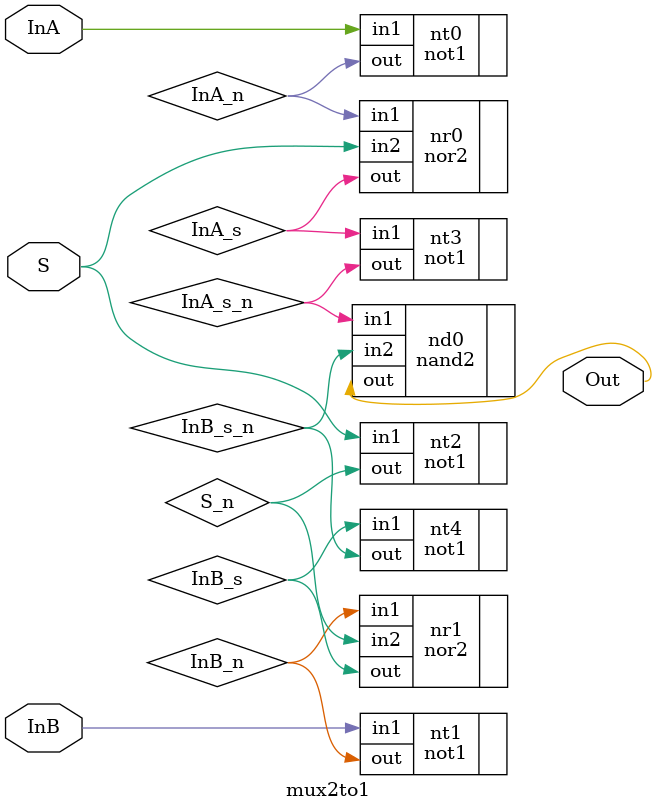
<source format=v>

module mux2to1(InA, InB, S, Out);
	input  InA;
	input  InB;
	input  S;
	output Out;
	
	wire InA_n,InB_n,S_n,InA_s,InB_s,InA_s_n, InB_s_n;
	
	not1 nt0(.in1(InA),   .out(InA_n));
	not1 nt1(.in1(InB),   .out(InB_n));	
	not1 nt2(.in1(S),     .out(S_n));
	not1 nt3(.in1(InA_s), .out(InA_s_n));
	not1 nt4(.in1(InB_s), .out(InB_s_n));
	
	nor2 nr0(.in1(InA_n), .in2(S),   .out(InA_s));
	nor2 nr1(.in1(InB_n), .in2(S_n), .out(InB_s));
	
	nand2 nd0(.in1(InA_s_n), .in2(InB_s_n), .out(Out));

endmodule
</source>
